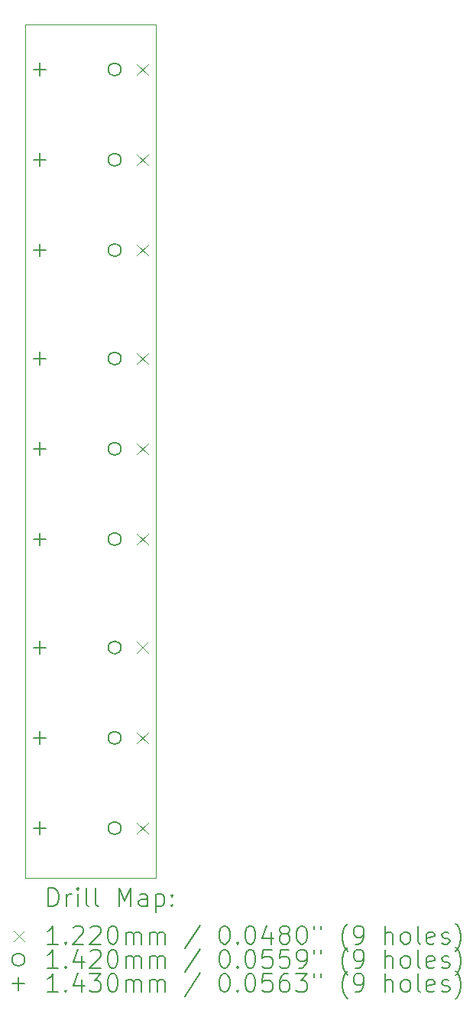
<source format=gbr>
%TF.GenerationSoftware,KiCad,Pcbnew,7.0.7-7.0.7~ubuntu22.04.1*%
%TF.CreationDate,2023-09-23T20:45:54+02:00*%
%TF.ProjectId,Multiple-3x2,4d756c74-6970-46c6-952d-3378322e6b69,rev?*%
%TF.SameCoordinates,Original*%
%TF.FileFunction,Drillmap*%
%TF.FilePolarity,Positive*%
%FSLAX45Y45*%
G04 Gerber Fmt 4.5, Leading zero omitted, Abs format (unit mm)*
G04 Created by KiCad (PCBNEW 7.0.7-7.0.7~ubuntu22.04.1) date 2023-09-23 20:45:54*
%MOMM*%
%LPD*%
G01*
G04 APERTURE LIST*
%ADD10C,0.050000*%
%ADD11C,0.200000*%
%ADD12C,0.122000*%
%ADD13C,0.142000*%
%ADD14C,0.143000*%
G04 APERTURE END LIST*
D10*
X5275000Y-3700000D02*
X6725000Y-3700000D01*
X6725000Y-3700000D02*
X6725000Y-13150000D01*
X5275000Y-13150000D02*
X6725000Y-13150000D01*
X5275000Y-3700000D02*
X5275000Y-13150000D01*
D11*
D12*
X6517000Y-4139000D02*
X6639000Y-4261000D01*
X6639000Y-4139000D02*
X6517000Y-4261000D01*
X6517000Y-5139000D02*
X6639000Y-5261000D01*
X6639000Y-5139000D02*
X6517000Y-5261000D01*
X6517000Y-6139000D02*
X6639000Y-6261000D01*
X6639000Y-6139000D02*
X6517000Y-6261000D01*
X6517000Y-7339000D02*
X6639000Y-7461000D01*
X6639000Y-7339000D02*
X6517000Y-7461000D01*
X6517000Y-8339000D02*
X6639000Y-8461000D01*
X6639000Y-8339000D02*
X6517000Y-8461000D01*
X6517000Y-9339000D02*
X6639000Y-9461000D01*
X6639000Y-9339000D02*
X6517000Y-9461000D01*
X6517000Y-10539000D02*
X6639000Y-10661000D01*
X6639000Y-10539000D02*
X6517000Y-10661000D01*
X6517000Y-11539000D02*
X6639000Y-11661000D01*
X6639000Y-11539000D02*
X6517000Y-11661000D01*
X6517000Y-12539000D02*
X6639000Y-12661000D01*
X6639000Y-12539000D02*
X6517000Y-12661000D01*
D13*
X6339000Y-4200000D02*
G75*
G03*
X6339000Y-4200000I-71000J0D01*
G01*
X6339000Y-5200000D02*
G75*
G03*
X6339000Y-5200000I-71000J0D01*
G01*
X6339000Y-6200000D02*
G75*
G03*
X6339000Y-6200000I-71000J0D01*
G01*
X6339000Y-7400000D02*
G75*
G03*
X6339000Y-7400000I-71000J0D01*
G01*
X6339000Y-8400000D02*
G75*
G03*
X6339000Y-8400000I-71000J0D01*
G01*
X6339000Y-9400000D02*
G75*
G03*
X6339000Y-9400000I-71000J0D01*
G01*
X6339000Y-10600000D02*
G75*
G03*
X6339000Y-10600000I-71000J0D01*
G01*
X6339000Y-11600000D02*
G75*
G03*
X6339000Y-11600000I-71000J0D01*
G01*
X6339000Y-12600000D02*
G75*
G03*
X6339000Y-12600000I-71000J0D01*
G01*
D14*
X5438000Y-4128500D02*
X5438000Y-4271500D01*
X5366500Y-4200000D02*
X5509500Y-4200000D01*
X5438000Y-5128500D02*
X5438000Y-5271500D01*
X5366500Y-5200000D02*
X5509500Y-5200000D01*
X5438000Y-6128500D02*
X5438000Y-6271500D01*
X5366500Y-6200000D02*
X5509500Y-6200000D01*
X5438000Y-7328500D02*
X5438000Y-7471500D01*
X5366500Y-7400000D02*
X5509500Y-7400000D01*
X5438000Y-8328500D02*
X5438000Y-8471500D01*
X5366500Y-8400000D02*
X5509500Y-8400000D01*
X5438000Y-9328500D02*
X5438000Y-9471500D01*
X5366500Y-9400000D02*
X5509500Y-9400000D01*
X5438000Y-10528500D02*
X5438000Y-10671500D01*
X5366500Y-10600000D02*
X5509500Y-10600000D01*
X5438000Y-11528500D02*
X5438000Y-11671500D01*
X5366500Y-11600000D02*
X5509500Y-11600000D01*
X5438000Y-12528500D02*
X5438000Y-12671500D01*
X5366500Y-12600000D02*
X5509500Y-12600000D01*
D11*
X5533277Y-13463984D02*
X5533277Y-13263984D01*
X5533277Y-13263984D02*
X5580896Y-13263984D01*
X5580896Y-13263984D02*
X5609467Y-13273508D01*
X5609467Y-13273508D02*
X5628515Y-13292555D01*
X5628515Y-13292555D02*
X5638039Y-13311603D01*
X5638039Y-13311603D02*
X5647562Y-13349698D01*
X5647562Y-13349698D02*
X5647562Y-13378269D01*
X5647562Y-13378269D02*
X5638039Y-13416365D01*
X5638039Y-13416365D02*
X5628515Y-13435412D01*
X5628515Y-13435412D02*
X5609467Y-13454460D01*
X5609467Y-13454460D02*
X5580896Y-13463984D01*
X5580896Y-13463984D02*
X5533277Y-13463984D01*
X5733277Y-13463984D02*
X5733277Y-13330650D01*
X5733277Y-13368746D02*
X5742801Y-13349698D01*
X5742801Y-13349698D02*
X5752324Y-13340174D01*
X5752324Y-13340174D02*
X5771372Y-13330650D01*
X5771372Y-13330650D02*
X5790420Y-13330650D01*
X5857086Y-13463984D02*
X5857086Y-13330650D01*
X5857086Y-13263984D02*
X5847562Y-13273508D01*
X5847562Y-13273508D02*
X5857086Y-13283031D01*
X5857086Y-13283031D02*
X5866610Y-13273508D01*
X5866610Y-13273508D02*
X5857086Y-13263984D01*
X5857086Y-13263984D02*
X5857086Y-13283031D01*
X5980896Y-13463984D02*
X5961848Y-13454460D01*
X5961848Y-13454460D02*
X5952324Y-13435412D01*
X5952324Y-13435412D02*
X5952324Y-13263984D01*
X6085658Y-13463984D02*
X6066610Y-13454460D01*
X6066610Y-13454460D02*
X6057086Y-13435412D01*
X6057086Y-13435412D02*
X6057086Y-13263984D01*
X6314229Y-13463984D02*
X6314229Y-13263984D01*
X6314229Y-13263984D02*
X6380896Y-13406841D01*
X6380896Y-13406841D02*
X6447562Y-13263984D01*
X6447562Y-13263984D02*
X6447562Y-13463984D01*
X6628515Y-13463984D02*
X6628515Y-13359222D01*
X6628515Y-13359222D02*
X6618991Y-13340174D01*
X6618991Y-13340174D02*
X6599943Y-13330650D01*
X6599943Y-13330650D02*
X6561848Y-13330650D01*
X6561848Y-13330650D02*
X6542801Y-13340174D01*
X6628515Y-13454460D02*
X6609467Y-13463984D01*
X6609467Y-13463984D02*
X6561848Y-13463984D01*
X6561848Y-13463984D02*
X6542801Y-13454460D01*
X6542801Y-13454460D02*
X6533277Y-13435412D01*
X6533277Y-13435412D02*
X6533277Y-13416365D01*
X6533277Y-13416365D02*
X6542801Y-13397317D01*
X6542801Y-13397317D02*
X6561848Y-13387793D01*
X6561848Y-13387793D02*
X6609467Y-13387793D01*
X6609467Y-13387793D02*
X6628515Y-13378269D01*
X6723753Y-13330650D02*
X6723753Y-13530650D01*
X6723753Y-13340174D02*
X6742801Y-13330650D01*
X6742801Y-13330650D02*
X6780896Y-13330650D01*
X6780896Y-13330650D02*
X6799943Y-13340174D01*
X6799943Y-13340174D02*
X6809467Y-13349698D01*
X6809467Y-13349698D02*
X6818991Y-13368746D01*
X6818991Y-13368746D02*
X6818991Y-13425888D01*
X6818991Y-13425888D02*
X6809467Y-13444936D01*
X6809467Y-13444936D02*
X6799943Y-13454460D01*
X6799943Y-13454460D02*
X6780896Y-13463984D01*
X6780896Y-13463984D02*
X6742801Y-13463984D01*
X6742801Y-13463984D02*
X6723753Y-13454460D01*
X6904705Y-13444936D02*
X6914229Y-13454460D01*
X6914229Y-13454460D02*
X6904705Y-13463984D01*
X6904705Y-13463984D02*
X6895182Y-13454460D01*
X6895182Y-13454460D02*
X6904705Y-13444936D01*
X6904705Y-13444936D02*
X6904705Y-13463984D01*
X6904705Y-13340174D02*
X6914229Y-13349698D01*
X6914229Y-13349698D02*
X6904705Y-13359222D01*
X6904705Y-13359222D02*
X6895182Y-13349698D01*
X6895182Y-13349698D02*
X6904705Y-13340174D01*
X6904705Y-13340174D02*
X6904705Y-13359222D01*
D12*
X5150500Y-13731500D02*
X5272500Y-13853500D01*
X5272500Y-13731500D02*
X5150500Y-13853500D01*
D11*
X5638039Y-13883984D02*
X5523753Y-13883984D01*
X5580896Y-13883984D02*
X5580896Y-13683984D01*
X5580896Y-13683984D02*
X5561848Y-13712555D01*
X5561848Y-13712555D02*
X5542801Y-13731603D01*
X5542801Y-13731603D02*
X5523753Y-13741127D01*
X5723753Y-13864936D02*
X5733277Y-13874460D01*
X5733277Y-13874460D02*
X5723753Y-13883984D01*
X5723753Y-13883984D02*
X5714229Y-13874460D01*
X5714229Y-13874460D02*
X5723753Y-13864936D01*
X5723753Y-13864936D02*
X5723753Y-13883984D01*
X5809467Y-13703031D02*
X5818991Y-13693508D01*
X5818991Y-13693508D02*
X5838039Y-13683984D01*
X5838039Y-13683984D02*
X5885658Y-13683984D01*
X5885658Y-13683984D02*
X5904705Y-13693508D01*
X5904705Y-13693508D02*
X5914229Y-13703031D01*
X5914229Y-13703031D02*
X5923753Y-13722079D01*
X5923753Y-13722079D02*
X5923753Y-13741127D01*
X5923753Y-13741127D02*
X5914229Y-13769698D01*
X5914229Y-13769698D02*
X5799943Y-13883984D01*
X5799943Y-13883984D02*
X5923753Y-13883984D01*
X5999943Y-13703031D02*
X6009467Y-13693508D01*
X6009467Y-13693508D02*
X6028515Y-13683984D01*
X6028515Y-13683984D02*
X6076134Y-13683984D01*
X6076134Y-13683984D02*
X6095182Y-13693508D01*
X6095182Y-13693508D02*
X6104705Y-13703031D01*
X6104705Y-13703031D02*
X6114229Y-13722079D01*
X6114229Y-13722079D02*
X6114229Y-13741127D01*
X6114229Y-13741127D02*
X6104705Y-13769698D01*
X6104705Y-13769698D02*
X5990420Y-13883984D01*
X5990420Y-13883984D02*
X6114229Y-13883984D01*
X6238039Y-13683984D02*
X6257086Y-13683984D01*
X6257086Y-13683984D02*
X6276134Y-13693508D01*
X6276134Y-13693508D02*
X6285658Y-13703031D01*
X6285658Y-13703031D02*
X6295182Y-13722079D01*
X6295182Y-13722079D02*
X6304705Y-13760174D01*
X6304705Y-13760174D02*
X6304705Y-13807793D01*
X6304705Y-13807793D02*
X6295182Y-13845888D01*
X6295182Y-13845888D02*
X6285658Y-13864936D01*
X6285658Y-13864936D02*
X6276134Y-13874460D01*
X6276134Y-13874460D02*
X6257086Y-13883984D01*
X6257086Y-13883984D02*
X6238039Y-13883984D01*
X6238039Y-13883984D02*
X6218991Y-13874460D01*
X6218991Y-13874460D02*
X6209467Y-13864936D01*
X6209467Y-13864936D02*
X6199943Y-13845888D01*
X6199943Y-13845888D02*
X6190420Y-13807793D01*
X6190420Y-13807793D02*
X6190420Y-13760174D01*
X6190420Y-13760174D02*
X6199943Y-13722079D01*
X6199943Y-13722079D02*
X6209467Y-13703031D01*
X6209467Y-13703031D02*
X6218991Y-13693508D01*
X6218991Y-13693508D02*
X6238039Y-13683984D01*
X6390420Y-13883984D02*
X6390420Y-13750650D01*
X6390420Y-13769698D02*
X6399943Y-13760174D01*
X6399943Y-13760174D02*
X6418991Y-13750650D01*
X6418991Y-13750650D02*
X6447563Y-13750650D01*
X6447563Y-13750650D02*
X6466610Y-13760174D01*
X6466610Y-13760174D02*
X6476134Y-13779222D01*
X6476134Y-13779222D02*
X6476134Y-13883984D01*
X6476134Y-13779222D02*
X6485658Y-13760174D01*
X6485658Y-13760174D02*
X6504705Y-13750650D01*
X6504705Y-13750650D02*
X6533277Y-13750650D01*
X6533277Y-13750650D02*
X6552324Y-13760174D01*
X6552324Y-13760174D02*
X6561848Y-13779222D01*
X6561848Y-13779222D02*
X6561848Y-13883984D01*
X6657086Y-13883984D02*
X6657086Y-13750650D01*
X6657086Y-13769698D02*
X6666610Y-13760174D01*
X6666610Y-13760174D02*
X6685658Y-13750650D01*
X6685658Y-13750650D02*
X6714229Y-13750650D01*
X6714229Y-13750650D02*
X6733277Y-13760174D01*
X6733277Y-13760174D02*
X6742801Y-13779222D01*
X6742801Y-13779222D02*
X6742801Y-13883984D01*
X6742801Y-13779222D02*
X6752324Y-13760174D01*
X6752324Y-13760174D02*
X6771372Y-13750650D01*
X6771372Y-13750650D02*
X6799943Y-13750650D01*
X6799943Y-13750650D02*
X6818991Y-13760174D01*
X6818991Y-13760174D02*
X6828515Y-13779222D01*
X6828515Y-13779222D02*
X6828515Y-13883984D01*
X7218991Y-13674460D02*
X7047563Y-13931603D01*
X7476134Y-13683984D02*
X7495182Y-13683984D01*
X7495182Y-13683984D02*
X7514229Y-13693508D01*
X7514229Y-13693508D02*
X7523753Y-13703031D01*
X7523753Y-13703031D02*
X7533277Y-13722079D01*
X7533277Y-13722079D02*
X7542801Y-13760174D01*
X7542801Y-13760174D02*
X7542801Y-13807793D01*
X7542801Y-13807793D02*
X7533277Y-13845888D01*
X7533277Y-13845888D02*
X7523753Y-13864936D01*
X7523753Y-13864936D02*
X7514229Y-13874460D01*
X7514229Y-13874460D02*
X7495182Y-13883984D01*
X7495182Y-13883984D02*
X7476134Y-13883984D01*
X7476134Y-13883984D02*
X7457086Y-13874460D01*
X7457086Y-13874460D02*
X7447563Y-13864936D01*
X7447563Y-13864936D02*
X7438039Y-13845888D01*
X7438039Y-13845888D02*
X7428515Y-13807793D01*
X7428515Y-13807793D02*
X7428515Y-13760174D01*
X7428515Y-13760174D02*
X7438039Y-13722079D01*
X7438039Y-13722079D02*
X7447563Y-13703031D01*
X7447563Y-13703031D02*
X7457086Y-13693508D01*
X7457086Y-13693508D02*
X7476134Y-13683984D01*
X7628515Y-13864936D02*
X7638039Y-13874460D01*
X7638039Y-13874460D02*
X7628515Y-13883984D01*
X7628515Y-13883984D02*
X7618991Y-13874460D01*
X7618991Y-13874460D02*
X7628515Y-13864936D01*
X7628515Y-13864936D02*
X7628515Y-13883984D01*
X7761848Y-13683984D02*
X7780896Y-13683984D01*
X7780896Y-13683984D02*
X7799944Y-13693508D01*
X7799944Y-13693508D02*
X7809467Y-13703031D01*
X7809467Y-13703031D02*
X7818991Y-13722079D01*
X7818991Y-13722079D02*
X7828515Y-13760174D01*
X7828515Y-13760174D02*
X7828515Y-13807793D01*
X7828515Y-13807793D02*
X7818991Y-13845888D01*
X7818991Y-13845888D02*
X7809467Y-13864936D01*
X7809467Y-13864936D02*
X7799944Y-13874460D01*
X7799944Y-13874460D02*
X7780896Y-13883984D01*
X7780896Y-13883984D02*
X7761848Y-13883984D01*
X7761848Y-13883984D02*
X7742801Y-13874460D01*
X7742801Y-13874460D02*
X7733277Y-13864936D01*
X7733277Y-13864936D02*
X7723753Y-13845888D01*
X7723753Y-13845888D02*
X7714229Y-13807793D01*
X7714229Y-13807793D02*
X7714229Y-13760174D01*
X7714229Y-13760174D02*
X7723753Y-13722079D01*
X7723753Y-13722079D02*
X7733277Y-13703031D01*
X7733277Y-13703031D02*
X7742801Y-13693508D01*
X7742801Y-13693508D02*
X7761848Y-13683984D01*
X7999944Y-13750650D02*
X7999944Y-13883984D01*
X7952325Y-13674460D02*
X7904706Y-13817317D01*
X7904706Y-13817317D02*
X8028515Y-13817317D01*
X8133277Y-13769698D02*
X8114229Y-13760174D01*
X8114229Y-13760174D02*
X8104706Y-13750650D01*
X8104706Y-13750650D02*
X8095182Y-13731603D01*
X8095182Y-13731603D02*
X8095182Y-13722079D01*
X8095182Y-13722079D02*
X8104706Y-13703031D01*
X8104706Y-13703031D02*
X8114229Y-13693508D01*
X8114229Y-13693508D02*
X8133277Y-13683984D01*
X8133277Y-13683984D02*
X8171372Y-13683984D01*
X8171372Y-13683984D02*
X8190420Y-13693508D01*
X8190420Y-13693508D02*
X8199944Y-13703031D01*
X8199944Y-13703031D02*
X8209467Y-13722079D01*
X8209467Y-13722079D02*
X8209467Y-13731603D01*
X8209467Y-13731603D02*
X8199944Y-13750650D01*
X8199944Y-13750650D02*
X8190420Y-13760174D01*
X8190420Y-13760174D02*
X8171372Y-13769698D01*
X8171372Y-13769698D02*
X8133277Y-13769698D01*
X8133277Y-13769698D02*
X8114229Y-13779222D01*
X8114229Y-13779222D02*
X8104706Y-13788746D01*
X8104706Y-13788746D02*
X8095182Y-13807793D01*
X8095182Y-13807793D02*
X8095182Y-13845888D01*
X8095182Y-13845888D02*
X8104706Y-13864936D01*
X8104706Y-13864936D02*
X8114229Y-13874460D01*
X8114229Y-13874460D02*
X8133277Y-13883984D01*
X8133277Y-13883984D02*
X8171372Y-13883984D01*
X8171372Y-13883984D02*
X8190420Y-13874460D01*
X8190420Y-13874460D02*
X8199944Y-13864936D01*
X8199944Y-13864936D02*
X8209467Y-13845888D01*
X8209467Y-13845888D02*
X8209467Y-13807793D01*
X8209467Y-13807793D02*
X8199944Y-13788746D01*
X8199944Y-13788746D02*
X8190420Y-13779222D01*
X8190420Y-13779222D02*
X8171372Y-13769698D01*
X8333277Y-13683984D02*
X8352325Y-13683984D01*
X8352325Y-13683984D02*
X8371372Y-13693508D01*
X8371372Y-13693508D02*
X8380896Y-13703031D01*
X8380896Y-13703031D02*
X8390420Y-13722079D01*
X8390420Y-13722079D02*
X8399944Y-13760174D01*
X8399944Y-13760174D02*
X8399944Y-13807793D01*
X8399944Y-13807793D02*
X8390420Y-13845888D01*
X8390420Y-13845888D02*
X8380896Y-13864936D01*
X8380896Y-13864936D02*
X8371372Y-13874460D01*
X8371372Y-13874460D02*
X8352325Y-13883984D01*
X8352325Y-13883984D02*
X8333277Y-13883984D01*
X8333277Y-13883984D02*
X8314229Y-13874460D01*
X8314229Y-13874460D02*
X8304706Y-13864936D01*
X8304706Y-13864936D02*
X8295182Y-13845888D01*
X8295182Y-13845888D02*
X8285658Y-13807793D01*
X8285658Y-13807793D02*
X8285658Y-13760174D01*
X8285658Y-13760174D02*
X8295182Y-13722079D01*
X8295182Y-13722079D02*
X8304706Y-13703031D01*
X8304706Y-13703031D02*
X8314229Y-13693508D01*
X8314229Y-13693508D02*
X8333277Y-13683984D01*
X8476134Y-13683984D02*
X8476134Y-13722079D01*
X8552325Y-13683984D02*
X8552325Y-13722079D01*
X8847563Y-13960174D02*
X8838039Y-13950650D01*
X8838039Y-13950650D02*
X8818991Y-13922079D01*
X8818991Y-13922079D02*
X8809468Y-13903031D01*
X8809468Y-13903031D02*
X8799944Y-13874460D01*
X8799944Y-13874460D02*
X8790420Y-13826841D01*
X8790420Y-13826841D02*
X8790420Y-13788746D01*
X8790420Y-13788746D02*
X8799944Y-13741127D01*
X8799944Y-13741127D02*
X8809468Y-13712555D01*
X8809468Y-13712555D02*
X8818991Y-13693508D01*
X8818991Y-13693508D02*
X8838039Y-13664936D01*
X8838039Y-13664936D02*
X8847563Y-13655412D01*
X8933277Y-13883984D02*
X8971372Y-13883984D01*
X8971372Y-13883984D02*
X8990420Y-13874460D01*
X8990420Y-13874460D02*
X8999944Y-13864936D01*
X8999944Y-13864936D02*
X9018991Y-13836365D01*
X9018991Y-13836365D02*
X9028515Y-13798269D01*
X9028515Y-13798269D02*
X9028515Y-13722079D01*
X9028515Y-13722079D02*
X9018991Y-13703031D01*
X9018991Y-13703031D02*
X9009468Y-13693508D01*
X9009468Y-13693508D02*
X8990420Y-13683984D01*
X8990420Y-13683984D02*
X8952325Y-13683984D01*
X8952325Y-13683984D02*
X8933277Y-13693508D01*
X8933277Y-13693508D02*
X8923753Y-13703031D01*
X8923753Y-13703031D02*
X8914230Y-13722079D01*
X8914230Y-13722079D02*
X8914230Y-13769698D01*
X8914230Y-13769698D02*
X8923753Y-13788746D01*
X8923753Y-13788746D02*
X8933277Y-13798269D01*
X8933277Y-13798269D02*
X8952325Y-13807793D01*
X8952325Y-13807793D02*
X8990420Y-13807793D01*
X8990420Y-13807793D02*
X9009468Y-13798269D01*
X9009468Y-13798269D02*
X9018991Y-13788746D01*
X9018991Y-13788746D02*
X9028515Y-13769698D01*
X9266611Y-13883984D02*
X9266611Y-13683984D01*
X9352325Y-13883984D02*
X9352325Y-13779222D01*
X9352325Y-13779222D02*
X9342801Y-13760174D01*
X9342801Y-13760174D02*
X9323753Y-13750650D01*
X9323753Y-13750650D02*
X9295182Y-13750650D01*
X9295182Y-13750650D02*
X9276134Y-13760174D01*
X9276134Y-13760174D02*
X9266611Y-13769698D01*
X9476134Y-13883984D02*
X9457087Y-13874460D01*
X9457087Y-13874460D02*
X9447563Y-13864936D01*
X9447563Y-13864936D02*
X9438039Y-13845888D01*
X9438039Y-13845888D02*
X9438039Y-13788746D01*
X9438039Y-13788746D02*
X9447563Y-13769698D01*
X9447563Y-13769698D02*
X9457087Y-13760174D01*
X9457087Y-13760174D02*
X9476134Y-13750650D01*
X9476134Y-13750650D02*
X9504706Y-13750650D01*
X9504706Y-13750650D02*
X9523753Y-13760174D01*
X9523753Y-13760174D02*
X9533277Y-13769698D01*
X9533277Y-13769698D02*
X9542801Y-13788746D01*
X9542801Y-13788746D02*
X9542801Y-13845888D01*
X9542801Y-13845888D02*
X9533277Y-13864936D01*
X9533277Y-13864936D02*
X9523753Y-13874460D01*
X9523753Y-13874460D02*
X9504706Y-13883984D01*
X9504706Y-13883984D02*
X9476134Y-13883984D01*
X9657087Y-13883984D02*
X9638039Y-13874460D01*
X9638039Y-13874460D02*
X9628515Y-13855412D01*
X9628515Y-13855412D02*
X9628515Y-13683984D01*
X9809468Y-13874460D02*
X9790420Y-13883984D01*
X9790420Y-13883984D02*
X9752325Y-13883984D01*
X9752325Y-13883984D02*
X9733277Y-13874460D01*
X9733277Y-13874460D02*
X9723753Y-13855412D01*
X9723753Y-13855412D02*
X9723753Y-13779222D01*
X9723753Y-13779222D02*
X9733277Y-13760174D01*
X9733277Y-13760174D02*
X9752325Y-13750650D01*
X9752325Y-13750650D02*
X9790420Y-13750650D01*
X9790420Y-13750650D02*
X9809468Y-13760174D01*
X9809468Y-13760174D02*
X9818992Y-13779222D01*
X9818992Y-13779222D02*
X9818992Y-13798269D01*
X9818992Y-13798269D02*
X9723753Y-13817317D01*
X9895182Y-13874460D02*
X9914230Y-13883984D01*
X9914230Y-13883984D02*
X9952325Y-13883984D01*
X9952325Y-13883984D02*
X9971373Y-13874460D01*
X9971373Y-13874460D02*
X9980896Y-13855412D01*
X9980896Y-13855412D02*
X9980896Y-13845888D01*
X9980896Y-13845888D02*
X9971373Y-13826841D01*
X9971373Y-13826841D02*
X9952325Y-13817317D01*
X9952325Y-13817317D02*
X9923753Y-13817317D01*
X9923753Y-13817317D02*
X9904706Y-13807793D01*
X9904706Y-13807793D02*
X9895182Y-13788746D01*
X9895182Y-13788746D02*
X9895182Y-13779222D01*
X9895182Y-13779222D02*
X9904706Y-13760174D01*
X9904706Y-13760174D02*
X9923753Y-13750650D01*
X9923753Y-13750650D02*
X9952325Y-13750650D01*
X9952325Y-13750650D02*
X9971373Y-13760174D01*
X10047563Y-13960174D02*
X10057087Y-13950650D01*
X10057087Y-13950650D02*
X10076134Y-13922079D01*
X10076134Y-13922079D02*
X10085658Y-13903031D01*
X10085658Y-13903031D02*
X10095182Y-13874460D01*
X10095182Y-13874460D02*
X10104706Y-13826841D01*
X10104706Y-13826841D02*
X10104706Y-13788746D01*
X10104706Y-13788746D02*
X10095182Y-13741127D01*
X10095182Y-13741127D02*
X10085658Y-13712555D01*
X10085658Y-13712555D02*
X10076134Y-13693508D01*
X10076134Y-13693508D02*
X10057087Y-13664936D01*
X10057087Y-13664936D02*
X10047563Y-13655412D01*
D13*
X5272500Y-14056500D02*
G75*
G03*
X5272500Y-14056500I-71000J0D01*
G01*
D11*
X5638039Y-14147984D02*
X5523753Y-14147984D01*
X5580896Y-14147984D02*
X5580896Y-13947984D01*
X5580896Y-13947984D02*
X5561848Y-13976555D01*
X5561848Y-13976555D02*
X5542801Y-13995603D01*
X5542801Y-13995603D02*
X5523753Y-14005127D01*
X5723753Y-14128936D02*
X5733277Y-14138460D01*
X5733277Y-14138460D02*
X5723753Y-14147984D01*
X5723753Y-14147984D02*
X5714229Y-14138460D01*
X5714229Y-14138460D02*
X5723753Y-14128936D01*
X5723753Y-14128936D02*
X5723753Y-14147984D01*
X5904705Y-14014650D02*
X5904705Y-14147984D01*
X5857086Y-13938460D02*
X5809467Y-14081317D01*
X5809467Y-14081317D02*
X5933277Y-14081317D01*
X5999943Y-13967031D02*
X6009467Y-13957508D01*
X6009467Y-13957508D02*
X6028515Y-13947984D01*
X6028515Y-13947984D02*
X6076134Y-13947984D01*
X6076134Y-13947984D02*
X6095182Y-13957508D01*
X6095182Y-13957508D02*
X6104705Y-13967031D01*
X6104705Y-13967031D02*
X6114229Y-13986079D01*
X6114229Y-13986079D02*
X6114229Y-14005127D01*
X6114229Y-14005127D02*
X6104705Y-14033698D01*
X6104705Y-14033698D02*
X5990420Y-14147984D01*
X5990420Y-14147984D02*
X6114229Y-14147984D01*
X6238039Y-13947984D02*
X6257086Y-13947984D01*
X6257086Y-13947984D02*
X6276134Y-13957508D01*
X6276134Y-13957508D02*
X6285658Y-13967031D01*
X6285658Y-13967031D02*
X6295182Y-13986079D01*
X6295182Y-13986079D02*
X6304705Y-14024174D01*
X6304705Y-14024174D02*
X6304705Y-14071793D01*
X6304705Y-14071793D02*
X6295182Y-14109888D01*
X6295182Y-14109888D02*
X6285658Y-14128936D01*
X6285658Y-14128936D02*
X6276134Y-14138460D01*
X6276134Y-14138460D02*
X6257086Y-14147984D01*
X6257086Y-14147984D02*
X6238039Y-14147984D01*
X6238039Y-14147984D02*
X6218991Y-14138460D01*
X6218991Y-14138460D02*
X6209467Y-14128936D01*
X6209467Y-14128936D02*
X6199943Y-14109888D01*
X6199943Y-14109888D02*
X6190420Y-14071793D01*
X6190420Y-14071793D02*
X6190420Y-14024174D01*
X6190420Y-14024174D02*
X6199943Y-13986079D01*
X6199943Y-13986079D02*
X6209467Y-13967031D01*
X6209467Y-13967031D02*
X6218991Y-13957508D01*
X6218991Y-13957508D02*
X6238039Y-13947984D01*
X6390420Y-14147984D02*
X6390420Y-14014650D01*
X6390420Y-14033698D02*
X6399943Y-14024174D01*
X6399943Y-14024174D02*
X6418991Y-14014650D01*
X6418991Y-14014650D02*
X6447563Y-14014650D01*
X6447563Y-14014650D02*
X6466610Y-14024174D01*
X6466610Y-14024174D02*
X6476134Y-14043222D01*
X6476134Y-14043222D02*
X6476134Y-14147984D01*
X6476134Y-14043222D02*
X6485658Y-14024174D01*
X6485658Y-14024174D02*
X6504705Y-14014650D01*
X6504705Y-14014650D02*
X6533277Y-14014650D01*
X6533277Y-14014650D02*
X6552324Y-14024174D01*
X6552324Y-14024174D02*
X6561848Y-14043222D01*
X6561848Y-14043222D02*
X6561848Y-14147984D01*
X6657086Y-14147984D02*
X6657086Y-14014650D01*
X6657086Y-14033698D02*
X6666610Y-14024174D01*
X6666610Y-14024174D02*
X6685658Y-14014650D01*
X6685658Y-14014650D02*
X6714229Y-14014650D01*
X6714229Y-14014650D02*
X6733277Y-14024174D01*
X6733277Y-14024174D02*
X6742801Y-14043222D01*
X6742801Y-14043222D02*
X6742801Y-14147984D01*
X6742801Y-14043222D02*
X6752324Y-14024174D01*
X6752324Y-14024174D02*
X6771372Y-14014650D01*
X6771372Y-14014650D02*
X6799943Y-14014650D01*
X6799943Y-14014650D02*
X6818991Y-14024174D01*
X6818991Y-14024174D02*
X6828515Y-14043222D01*
X6828515Y-14043222D02*
X6828515Y-14147984D01*
X7218991Y-13938460D02*
X7047563Y-14195603D01*
X7476134Y-13947984D02*
X7495182Y-13947984D01*
X7495182Y-13947984D02*
X7514229Y-13957508D01*
X7514229Y-13957508D02*
X7523753Y-13967031D01*
X7523753Y-13967031D02*
X7533277Y-13986079D01*
X7533277Y-13986079D02*
X7542801Y-14024174D01*
X7542801Y-14024174D02*
X7542801Y-14071793D01*
X7542801Y-14071793D02*
X7533277Y-14109888D01*
X7533277Y-14109888D02*
X7523753Y-14128936D01*
X7523753Y-14128936D02*
X7514229Y-14138460D01*
X7514229Y-14138460D02*
X7495182Y-14147984D01*
X7495182Y-14147984D02*
X7476134Y-14147984D01*
X7476134Y-14147984D02*
X7457086Y-14138460D01*
X7457086Y-14138460D02*
X7447563Y-14128936D01*
X7447563Y-14128936D02*
X7438039Y-14109888D01*
X7438039Y-14109888D02*
X7428515Y-14071793D01*
X7428515Y-14071793D02*
X7428515Y-14024174D01*
X7428515Y-14024174D02*
X7438039Y-13986079D01*
X7438039Y-13986079D02*
X7447563Y-13967031D01*
X7447563Y-13967031D02*
X7457086Y-13957508D01*
X7457086Y-13957508D02*
X7476134Y-13947984D01*
X7628515Y-14128936D02*
X7638039Y-14138460D01*
X7638039Y-14138460D02*
X7628515Y-14147984D01*
X7628515Y-14147984D02*
X7618991Y-14138460D01*
X7618991Y-14138460D02*
X7628515Y-14128936D01*
X7628515Y-14128936D02*
X7628515Y-14147984D01*
X7761848Y-13947984D02*
X7780896Y-13947984D01*
X7780896Y-13947984D02*
X7799944Y-13957508D01*
X7799944Y-13957508D02*
X7809467Y-13967031D01*
X7809467Y-13967031D02*
X7818991Y-13986079D01*
X7818991Y-13986079D02*
X7828515Y-14024174D01*
X7828515Y-14024174D02*
X7828515Y-14071793D01*
X7828515Y-14071793D02*
X7818991Y-14109888D01*
X7818991Y-14109888D02*
X7809467Y-14128936D01*
X7809467Y-14128936D02*
X7799944Y-14138460D01*
X7799944Y-14138460D02*
X7780896Y-14147984D01*
X7780896Y-14147984D02*
X7761848Y-14147984D01*
X7761848Y-14147984D02*
X7742801Y-14138460D01*
X7742801Y-14138460D02*
X7733277Y-14128936D01*
X7733277Y-14128936D02*
X7723753Y-14109888D01*
X7723753Y-14109888D02*
X7714229Y-14071793D01*
X7714229Y-14071793D02*
X7714229Y-14024174D01*
X7714229Y-14024174D02*
X7723753Y-13986079D01*
X7723753Y-13986079D02*
X7733277Y-13967031D01*
X7733277Y-13967031D02*
X7742801Y-13957508D01*
X7742801Y-13957508D02*
X7761848Y-13947984D01*
X8009467Y-13947984D02*
X7914229Y-13947984D01*
X7914229Y-13947984D02*
X7904706Y-14043222D01*
X7904706Y-14043222D02*
X7914229Y-14033698D01*
X7914229Y-14033698D02*
X7933277Y-14024174D01*
X7933277Y-14024174D02*
X7980896Y-14024174D01*
X7980896Y-14024174D02*
X7999944Y-14033698D01*
X7999944Y-14033698D02*
X8009467Y-14043222D01*
X8009467Y-14043222D02*
X8018991Y-14062269D01*
X8018991Y-14062269D02*
X8018991Y-14109888D01*
X8018991Y-14109888D02*
X8009467Y-14128936D01*
X8009467Y-14128936D02*
X7999944Y-14138460D01*
X7999944Y-14138460D02*
X7980896Y-14147984D01*
X7980896Y-14147984D02*
X7933277Y-14147984D01*
X7933277Y-14147984D02*
X7914229Y-14138460D01*
X7914229Y-14138460D02*
X7904706Y-14128936D01*
X8199944Y-13947984D02*
X8104706Y-13947984D01*
X8104706Y-13947984D02*
X8095182Y-14043222D01*
X8095182Y-14043222D02*
X8104706Y-14033698D01*
X8104706Y-14033698D02*
X8123753Y-14024174D01*
X8123753Y-14024174D02*
X8171372Y-14024174D01*
X8171372Y-14024174D02*
X8190420Y-14033698D01*
X8190420Y-14033698D02*
X8199944Y-14043222D01*
X8199944Y-14043222D02*
X8209467Y-14062269D01*
X8209467Y-14062269D02*
X8209467Y-14109888D01*
X8209467Y-14109888D02*
X8199944Y-14128936D01*
X8199944Y-14128936D02*
X8190420Y-14138460D01*
X8190420Y-14138460D02*
X8171372Y-14147984D01*
X8171372Y-14147984D02*
X8123753Y-14147984D01*
X8123753Y-14147984D02*
X8104706Y-14138460D01*
X8104706Y-14138460D02*
X8095182Y-14128936D01*
X8304706Y-14147984D02*
X8342801Y-14147984D01*
X8342801Y-14147984D02*
X8361848Y-14138460D01*
X8361848Y-14138460D02*
X8371372Y-14128936D01*
X8371372Y-14128936D02*
X8390420Y-14100365D01*
X8390420Y-14100365D02*
X8399944Y-14062269D01*
X8399944Y-14062269D02*
X8399944Y-13986079D01*
X8399944Y-13986079D02*
X8390420Y-13967031D01*
X8390420Y-13967031D02*
X8380896Y-13957508D01*
X8380896Y-13957508D02*
X8361848Y-13947984D01*
X8361848Y-13947984D02*
X8323753Y-13947984D01*
X8323753Y-13947984D02*
X8304706Y-13957508D01*
X8304706Y-13957508D02*
X8295182Y-13967031D01*
X8295182Y-13967031D02*
X8285658Y-13986079D01*
X8285658Y-13986079D02*
X8285658Y-14033698D01*
X8285658Y-14033698D02*
X8295182Y-14052746D01*
X8295182Y-14052746D02*
X8304706Y-14062269D01*
X8304706Y-14062269D02*
X8323753Y-14071793D01*
X8323753Y-14071793D02*
X8361848Y-14071793D01*
X8361848Y-14071793D02*
X8380896Y-14062269D01*
X8380896Y-14062269D02*
X8390420Y-14052746D01*
X8390420Y-14052746D02*
X8399944Y-14033698D01*
X8476134Y-13947984D02*
X8476134Y-13986079D01*
X8552325Y-13947984D02*
X8552325Y-13986079D01*
X8847563Y-14224174D02*
X8838039Y-14214650D01*
X8838039Y-14214650D02*
X8818991Y-14186079D01*
X8818991Y-14186079D02*
X8809468Y-14167031D01*
X8809468Y-14167031D02*
X8799944Y-14138460D01*
X8799944Y-14138460D02*
X8790420Y-14090841D01*
X8790420Y-14090841D02*
X8790420Y-14052746D01*
X8790420Y-14052746D02*
X8799944Y-14005127D01*
X8799944Y-14005127D02*
X8809468Y-13976555D01*
X8809468Y-13976555D02*
X8818991Y-13957508D01*
X8818991Y-13957508D02*
X8838039Y-13928936D01*
X8838039Y-13928936D02*
X8847563Y-13919412D01*
X8933277Y-14147984D02*
X8971372Y-14147984D01*
X8971372Y-14147984D02*
X8990420Y-14138460D01*
X8990420Y-14138460D02*
X8999944Y-14128936D01*
X8999944Y-14128936D02*
X9018991Y-14100365D01*
X9018991Y-14100365D02*
X9028515Y-14062269D01*
X9028515Y-14062269D02*
X9028515Y-13986079D01*
X9028515Y-13986079D02*
X9018991Y-13967031D01*
X9018991Y-13967031D02*
X9009468Y-13957508D01*
X9009468Y-13957508D02*
X8990420Y-13947984D01*
X8990420Y-13947984D02*
X8952325Y-13947984D01*
X8952325Y-13947984D02*
X8933277Y-13957508D01*
X8933277Y-13957508D02*
X8923753Y-13967031D01*
X8923753Y-13967031D02*
X8914230Y-13986079D01*
X8914230Y-13986079D02*
X8914230Y-14033698D01*
X8914230Y-14033698D02*
X8923753Y-14052746D01*
X8923753Y-14052746D02*
X8933277Y-14062269D01*
X8933277Y-14062269D02*
X8952325Y-14071793D01*
X8952325Y-14071793D02*
X8990420Y-14071793D01*
X8990420Y-14071793D02*
X9009468Y-14062269D01*
X9009468Y-14062269D02*
X9018991Y-14052746D01*
X9018991Y-14052746D02*
X9028515Y-14033698D01*
X9266611Y-14147984D02*
X9266611Y-13947984D01*
X9352325Y-14147984D02*
X9352325Y-14043222D01*
X9352325Y-14043222D02*
X9342801Y-14024174D01*
X9342801Y-14024174D02*
X9323753Y-14014650D01*
X9323753Y-14014650D02*
X9295182Y-14014650D01*
X9295182Y-14014650D02*
X9276134Y-14024174D01*
X9276134Y-14024174D02*
X9266611Y-14033698D01*
X9476134Y-14147984D02*
X9457087Y-14138460D01*
X9457087Y-14138460D02*
X9447563Y-14128936D01*
X9447563Y-14128936D02*
X9438039Y-14109888D01*
X9438039Y-14109888D02*
X9438039Y-14052746D01*
X9438039Y-14052746D02*
X9447563Y-14033698D01*
X9447563Y-14033698D02*
X9457087Y-14024174D01*
X9457087Y-14024174D02*
X9476134Y-14014650D01*
X9476134Y-14014650D02*
X9504706Y-14014650D01*
X9504706Y-14014650D02*
X9523753Y-14024174D01*
X9523753Y-14024174D02*
X9533277Y-14033698D01*
X9533277Y-14033698D02*
X9542801Y-14052746D01*
X9542801Y-14052746D02*
X9542801Y-14109888D01*
X9542801Y-14109888D02*
X9533277Y-14128936D01*
X9533277Y-14128936D02*
X9523753Y-14138460D01*
X9523753Y-14138460D02*
X9504706Y-14147984D01*
X9504706Y-14147984D02*
X9476134Y-14147984D01*
X9657087Y-14147984D02*
X9638039Y-14138460D01*
X9638039Y-14138460D02*
X9628515Y-14119412D01*
X9628515Y-14119412D02*
X9628515Y-13947984D01*
X9809468Y-14138460D02*
X9790420Y-14147984D01*
X9790420Y-14147984D02*
X9752325Y-14147984D01*
X9752325Y-14147984D02*
X9733277Y-14138460D01*
X9733277Y-14138460D02*
X9723753Y-14119412D01*
X9723753Y-14119412D02*
X9723753Y-14043222D01*
X9723753Y-14043222D02*
X9733277Y-14024174D01*
X9733277Y-14024174D02*
X9752325Y-14014650D01*
X9752325Y-14014650D02*
X9790420Y-14014650D01*
X9790420Y-14014650D02*
X9809468Y-14024174D01*
X9809468Y-14024174D02*
X9818992Y-14043222D01*
X9818992Y-14043222D02*
X9818992Y-14062269D01*
X9818992Y-14062269D02*
X9723753Y-14081317D01*
X9895182Y-14138460D02*
X9914230Y-14147984D01*
X9914230Y-14147984D02*
X9952325Y-14147984D01*
X9952325Y-14147984D02*
X9971373Y-14138460D01*
X9971373Y-14138460D02*
X9980896Y-14119412D01*
X9980896Y-14119412D02*
X9980896Y-14109888D01*
X9980896Y-14109888D02*
X9971373Y-14090841D01*
X9971373Y-14090841D02*
X9952325Y-14081317D01*
X9952325Y-14081317D02*
X9923753Y-14081317D01*
X9923753Y-14081317D02*
X9904706Y-14071793D01*
X9904706Y-14071793D02*
X9895182Y-14052746D01*
X9895182Y-14052746D02*
X9895182Y-14043222D01*
X9895182Y-14043222D02*
X9904706Y-14024174D01*
X9904706Y-14024174D02*
X9923753Y-14014650D01*
X9923753Y-14014650D02*
X9952325Y-14014650D01*
X9952325Y-14014650D02*
X9971373Y-14024174D01*
X10047563Y-14224174D02*
X10057087Y-14214650D01*
X10057087Y-14214650D02*
X10076134Y-14186079D01*
X10076134Y-14186079D02*
X10085658Y-14167031D01*
X10085658Y-14167031D02*
X10095182Y-14138460D01*
X10095182Y-14138460D02*
X10104706Y-14090841D01*
X10104706Y-14090841D02*
X10104706Y-14052746D01*
X10104706Y-14052746D02*
X10095182Y-14005127D01*
X10095182Y-14005127D02*
X10085658Y-13976555D01*
X10085658Y-13976555D02*
X10076134Y-13957508D01*
X10076134Y-13957508D02*
X10057087Y-13928936D01*
X10057087Y-13928936D02*
X10047563Y-13919412D01*
D14*
X5201000Y-14249000D02*
X5201000Y-14392000D01*
X5129500Y-14320500D02*
X5272500Y-14320500D01*
D11*
X5638039Y-14411984D02*
X5523753Y-14411984D01*
X5580896Y-14411984D02*
X5580896Y-14211984D01*
X5580896Y-14211984D02*
X5561848Y-14240555D01*
X5561848Y-14240555D02*
X5542801Y-14259603D01*
X5542801Y-14259603D02*
X5523753Y-14269127D01*
X5723753Y-14392936D02*
X5733277Y-14402460D01*
X5733277Y-14402460D02*
X5723753Y-14411984D01*
X5723753Y-14411984D02*
X5714229Y-14402460D01*
X5714229Y-14402460D02*
X5723753Y-14392936D01*
X5723753Y-14392936D02*
X5723753Y-14411984D01*
X5904705Y-14278650D02*
X5904705Y-14411984D01*
X5857086Y-14202460D02*
X5809467Y-14345317D01*
X5809467Y-14345317D02*
X5933277Y-14345317D01*
X5990420Y-14211984D02*
X6114229Y-14211984D01*
X6114229Y-14211984D02*
X6047562Y-14288174D01*
X6047562Y-14288174D02*
X6076134Y-14288174D01*
X6076134Y-14288174D02*
X6095182Y-14297698D01*
X6095182Y-14297698D02*
X6104705Y-14307222D01*
X6104705Y-14307222D02*
X6114229Y-14326269D01*
X6114229Y-14326269D02*
X6114229Y-14373888D01*
X6114229Y-14373888D02*
X6104705Y-14392936D01*
X6104705Y-14392936D02*
X6095182Y-14402460D01*
X6095182Y-14402460D02*
X6076134Y-14411984D01*
X6076134Y-14411984D02*
X6018991Y-14411984D01*
X6018991Y-14411984D02*
X5999943Y-14402460D01*
X5999943Y-14402460D02*
X5990420Y-14392936D01*
X6238039Y-14211984D02*
X6257086Y-14211984D01*
X6257086Y-14211984D02*
X6276134Y-14221508D01*
X6276134Y-14221508D02*
X6285658Y-14231031D01*
X6285658Y-14231031D02*
X6295182Y-14250079D01*
X6295182Y-14250079D02*
X6304705Y-14288174D01*
X6304705Y-14288174D02*
X6304705Y-14335793D01*
X6304705Y-14335793D02*
X6295182Y-14373888D01*
X6295182Y-14373888D02*
X6285658Y-14392936D01*
X6285658Y-14392936D02*
X6276134Y-14402460D01*
X6276134Y-14402460D02*
X6257086Y-14411984D01*
X6257086Y-14411984D02*
X6238039Y-14411984D01*
X6238039Y-14411984D02*
X6218991Y-14402460D01*
X6218991Y-14402460D02*
X6209467Y-14392936D01*
X6209467Y-14392936D02*
X6199943Y-14373888D01*
X6199943Y-14373888D02*
X6190420Y-14335793D01*
X6190420Y-14335793D02*
X6190420Y-14288174D01*
X6190420Y-14288174D02*
X6199943Y-14250079D01*
X6199943Y-14250079D02*
X6209467Y-14231031D01*
X6209467Y-14231031D02*
X6218991Y-14221508D01*
X6218991Y-14221508D02*
X6238039Y-14211984D01*
X6390420Y-14411984D02*
X6390420Y-14278650D01*
X6390420Y-14297698D02*
X6399943Y-14288174D01*
X6399943Y-14288174D02*
X6418991Y-14278650D01*
X6418991Y-14278650D02*
X6447563Y-14278650D01*
X6447563Y-14278650D02*
X6466610Y-14288174D01*
X6466610Y-14288174D02*
X6476134Y-14307222D01*
X6476134Y-14307222D02*
X6476134Y-14411984D01*
X6476134Y-14307222D02*
X6485658Y-14288174D01*
X6485658Y-14288174D02*
X6504705Y-14278650D01*
X6504705Y-14278650D02*
X6533277Y-14278650D01*
X6533277Y-14278650D02*
X6552324Y-14288174D01*
X6552324Y-14288174D02*
X6561848Y-14307222D01*
X6561848Y-14307222D02*
X6561848Y-14411984D01*
X6657086Y-14411984D02*
X6657086Y-14278650D01*
X6657086Y-14297698D02*
X6666610Y-14288174D01*
X6666610Y-14288174D02*
X6685658Y-14278650D01*
X6685658Y-14278650D02*
X6714229Y-14278650D01*
X6714229Y-14278650D02*
X6733277Y-14288174D01*
X6733277Y-14288174D02*
X6742801Y-14307222D01*
X6742801Y-14307222D02*
X6742801Y-14411984D01*
X6742801Y-14307222D02*
X6752324Y-14288174D01*
X6752324Y-14288174D02*
X6771372Y-14278650D01*
X6771372Y-14278650D02*
X6799943Y-14278650D01*
X6799943Y-14278650D02*
X6818991Y-14288174D01*
X6818991Y-14288174D02*
X6828515Y-14307222D01*
X6828515Y-14307222D02*
X6828515Y-14411984D01*
X7218991Y-14202460D02*
X7047563Y-14459603D01*
X7476134Y-14211984D02*
X7495182Y-14211984D01*
X7495182Y-14211984D02*
X7514229Y-14221508D01*
X7514229Y-14221508D02*
X7523753Y-14231031D01*
X7523753Y-14231031D02*
X7533277Y-14250079D01*
X7533277Y-14250079D02*
X7542801Y-14288174D01*
X7542801Y-14288174D02*
X7542801Y-14335793D01*
X7542801Y-14335793D02*
X7533277Y-14373888D01*
X7533277Y-14373888D02*
X7523753Y-14392936D01*
X7523753Y-14392936D02*
X7514229Y-14402460D01*
X7514229Y-14402460D02*
X7495182Y-14411984D01*
X7495182Y-14411984D02*
X7476134Y-14411984D01*
X7476134Y-14411984D02*
X7457086Y-14402460D01*
X7457086Y-14402460D02*
X7447563Y-14392936D01*
X7447563Y-14392936D02*
X7438039Y-14373888D01*
X7438039Y-14373888D02*
X7428515Y-14335793D01*
X7428515Y-14335793D02*
X7428515Y-14288174D01*
X7428515Y-14288174D02*
X7438039Y-14250079D01*
X7438039Y-14250079D02*
X7447563Y-14231031D01*
X7447563Y-14231031D02*
X7457086Y-14221508D01*
X7457086Y-14221508D02*
X7476134Y-14211984D01*
X7628515Y-14392936D02*
X7638039Y-14402460D01*
X7638039Y-14402460D02*
X7628515Y-14411984D01*
X7628515Y-14411984D02*
X7618991Y-14402460D01*
X7618991Y-14402460D02*
X7628515Y-14392936D01*
X7628515Y-14392936D02*
X7628515Y-14411984D01*
X7761848Y-14211984D02*
X7780896Y-14211984D01*
X7780896Y-14211984D02*
X7799944Y-14221508D01*
X7799944Y-14221508D02*
X7809467Y-14231031D01*
X7809467Y-14231031D02*
X7818991Y-14250079D01*
X7818991Y-14250079D02*
X7828515Y-14288174D01*
X7828515Y-14288174D02*
X7828515Y-14335793D01*
X7828515Y-14335793D02*
X7818991Y-14373888D01*
X7818991Y-14373888D02*
X7809467Y-14392936D01*
X7809467Y-14392936D02*
X7799944Y-14402460D01*
X7799944Y-14402460D02*
X7780896Y-14411984D01*
X7780896Y-14411984D02*
X7761848Y-14411984D01*
X7761848Y-14411984D02*
X7742801Y-14402460D01*
X7742801Y-14402460D02*
X7733277Y-14392936D01*
X7733277Y-14392936D02*
X7723753Y-14373888D01*
X7723753Y-14373888D02*
X7714229Y-14335793D01*
X7714229Y-14335793D02*
X7714229Y-14288174D01*
X7714229Y-14288174D02*
X7723753Y-14250079D01*
X7723753Y-14250079D02*
X7733277Y-14231031D01*
X7733277Y-14231031D02*
X7742801Y-14221508D01*
X7742801Y-14221508D02*
X7761848Y-14211984D01*
X8009467Y-14211984D02*
X7914229Y-14211984D01*
X7914229Y-14211984D02*
X7904706Y-14307222D01*
X7904706Y-14307222D02*
X7914229Y-14297698D01*
X7914229Y-14297698D02*
X7933277Y-14288174D01*
X7933277Y-14288174D02*
X7980896Y-14288174D01*
X7980896Y-14288174D02*
X7999944Y-14297698D01*
X7999944Y-14297698D02*
X8009467Y-14307222D01*
X8009467Y-14307222D02*
X8018991Y-14326269D01*
X8018991Y-14326269D02*
X8018991Y-14373888D01*
X8018991Y-14373888D02*
X8009467Y-14392936D01*
X8009467Y-14392936D02*
X7999944Y-14402460D01*
X7999944Y-14402460D02*
X7980896Y-14411984D01*
X7980896Y-14411984D02*
X7933277Y-14411984D01*
X7933277Y-14411984D02*
X7914229Y-14402460D01*
X7914229Y-14402460D02*
X7904706Y-14392936D01*
X8190420Y-14211984D02*
X8152325Y-14211984D01*
X8152325Y-14211984D02*
X8133277Y-14221508D01*
X8133277Y-14221508D02*
X8123753Y-14231031D01*
X8123753Y-14231031D02*
X8104706Y-14259603D01*
X8104706Y-14259603D02*
X8095182Y-14297698D01*
X8095182Y-14297698D02*
X8095182Y-14373888D01*
X8095182Y-14373888D02*
X8104706Y-14392936D01*
X8104706Y-14392936D02*
X8114229Y-14402460D01*
X8114229Y-14402460D02*
X8133277Y-14411984D01*
X8133277Y-14411984D02*
X8171372Y-14411984D01*
X8171372Y-14411984D02*
X8190420Y-14402460D01*
X8190420Y-14402460D02*
X8199944Y-14392936D01*
X8199944Y-14392936D02*
X8209467Y-14373888D01*
X8209467Y-14373888D02*
X8209467Y-14326269D01*
X8209467Y-14326269D02*
X8199944Y-14307222D01*
X8199944Y-14307222D02*
X8190420Y-14297698D01*
X8190420Y-14297698D02*
X8171372Y-14288174D01*
X8171372Y-14288174D02*
X8133277Y-14288174D01*
X8133277Y-14288174D02*
X8114229Y-14297698D01*
X8114229Y-14297698D02*
X8104706Y-14307222D01*
X8104706Y-14307222D02*
X8095182Y-14326269D01*
X8276134Y-14211984D02*
X8399944Y-14211984D01*
X8399944Y-14211984D02*
X8333277Y-14288174D01*
X8333277Y-14288174D02*
X8361848Y-14288174D01*
X8361848Y-14288174D02*
X8380896Y-14297698D01*
X8380896Y-14297698D02*
X8390420Y-14307222D01*
X8390420Y-14307222D02*
X8399944Y-14326269D01*
X8399944Y-14326269D02*
X8399944Y-14373888D01*
X8399944Y-14373888D02*
X8390420Y-14392936D01*
X8390420Y-14392936D02*
X8380896Y-14402460D01*
X8380896Y-14402460D02*
X8361848Y-14411984D01*
X8361848Y-14411984D02*
X8304706Y-14411984D01*
X8304706Y-14411984D02*
X8285658Y-14402460D01*
X8285658Y-14402460D02*
X8276134Y-14392936D01*
X8476134Y-14211984D02*
X8476134Y-14250079D01*
X8552325Y-14211984D02*
X8552325Y-14250079D01*
X8847563Y-14488174D02*
X8838039Y-14478650D01*
X8838039Y-14478650D02*
X8818991Y-14450079D01*
X8818991Y-14450079D02*
X8809468Y-14431031D01*
X8809468Y-14431031D02*
X8799944Y-14402460D01*
X8799944Y-14402460D02*
X8790420Y-14354841D01*
X8790420Y-14354841D02*
X8790420Y-14316746D01*
X8790420Y-14316746D02*
X8799944Y-14269127D01*
X8799944Y-14269127D02*
X8809468Y-14240555D01*
X8809468Y-14240555D02*
X8818991Y-14221508D01*
X8818991Y-14221508D02*
X8838039Y-14192936D01*
X8838039Y-14192936D02*
X8847563Y-14183412D01*
X8933277Y-14411984D02*
X8971372Y-14411984D01*
X8971372Y-14411984D02*
X8990420Y-14402460D01*
X8990420Y-14402460D02*
X8999944Y-14392936D01*
X8999944Y-14392936D02*
X9018991Y-14364365D01*
X9018991Y-14364365D02*
X9028515Y-14326269D01*
X9028515Y-14326269D02*
X9028515Y-14250079D01*
X9028515Y-14250079D02*
X9018991Y-14231031D01*
X9018991Y-14231031D02*
X9009468Y-14221508D01*
X9009468Y-14221508D02*
X8990420Y-14211984D01*
X8990420Y-14211984D02*
X8952325Y-14211984D01*
X8952325Y-14211984D02*
X8933277Y-14221508D01*
X8933277Y-14221508D02*
X8923753Y-14231031D01*
X8923753Y-14231031D02*
X8914230Y-14250079D01*
X8914230Y-14250079D02*
X8914230Y-14297698D01*
X8914230Y-14297698D02*
X8923753Y-14316746D01*
X8923753Y-14316746D02*
X8933277Y-14326269D01*
X8933277Y-14326269D02*
X8952325Y-14335793D01*
X8952325Y-14335793D02*
X8990420Y-14335793D01*
X8990420Y-14335793D02*
X9009468Y-14326269D01*
X9009468Y-14326269D02*
X9018991Y-14316746D01*
X9018991Y-14316746D02*
X9028515Y-14297698D01*
X9266611Y-14411984D02*
X9266611Y-14211984D01*
X9352325Y-14411984D02*
X9352325Y-14307222D01*
X9352325Y-14307222D02*
X9342801Y-14288174D01*
X9342801Y-14288174D02*
X9323753Y-14278650D01*
X9323753Y-14278650D02*
X9295182Y-14278650D01*
X9295182Y-14278650D02*
X9276134Y-14288174D01*
X9276134Y-14288174D02*
X9266611Y-14297698D01*
X9476134Y-14411984D02*
X9457087Y-14402460D01*
X9457087Y-14402460D02*
X9447563Y-14392936D01*
X9447563Y-14392936D02*
X9438039Y-14373888D01*
X9438039Y-14373888D02*
X9438039Y-14316746D01*
X9438039Y-14316746D02*
X9447563Y-14297698D01*
X9447563Y-14297698D02*
X9457087Y-14288174D01*
X9457087Y-14288174D02*
X9476134Y-14278650D01*
X9476134Y-14278650D02*
X9504706Y-14278650D01*
X9504706Y-14278650D02*
X9523753Y-14288174D01*
X9523753Y-14288174D02*
X9533277Y-14297698D01*
X9533277Y-14297698D02*
X9542801Y-14316746D01*
X9542801Y-14316746D02*
X9542801Y-14373888D01*
X9542801Y-14373888D02*
X9533277Y-14392936D01*
X9533277Y-14392936D02*
X9523753Y-14402460D01*
X9523753Y-14402460D02*
X9504706Y-14411984D01*
X9504706Y-14411984D02*
X9476134Y-14411984D01*
X9657087Y-14411984D02*
X9638039Y-14402460D01*
X9638039Y-14402460D02*
X9628515Y-14383412D01*
X9628515Y-14383412D02*
X9628515Y-14211984D01*
X9809468Y-14402460D02*
X9790420Y-14411984D01*
X9790420Y-14411984D02*
X9752325Y-14411984D01*
X9752325Y-14411984D02*
X9733277Y-14402460D01*
X9733277Y-14402460D02*
X9723753Y-14383412D01*
X9723753Y-14383412D02*
X9723753Y-14307222D01*
X9723753Y-14307222D02*
X9733277Y-14288174D01*
X9733277Y-14288174D02*
X9752325Y-14278650D01*
X9752325Y-14278650D02*
X9790420Y-14278650D01*
X9790420Y-14278650D02*
X9809468Y-14288174D01*
X9809468Y-14288174D02*
X9818992Y-14307222D01*
X9818992Y-14307222D02*
X9818992Y-14326269D01*
X9818992Y-14326269D02*
X9723753Y-14345317D01*
X9895182Y-14402460D02*
X9914230Y-14411984D01*
X9914230Y-14411984D02*
X9952325Y-14411984D01*
X9952325Y-14411984D02*
X9971373Y-14402460D01*
X9971373Y-14402460D02*
X9980896Y-14383412D01*
X9980896Y-14383412D02*
X9980896Y-14373888D01*
X9980896Y-14373888D02*
X9971373Y-14354841D01*
X9971373Y-14354841D02*
X9952325Y-14345317D01*
X9952325Y-14345317D02*
X9923753Y-14345317D01*
X9923753Y-14345317D02*
X9904706Y-14335793D01*
X9904706Y-14335793D02*
X9895182Y-14316746D01*
X9895182Y-14316746D02*
X9895182Y-14307222D01*
X9895182Y-14307222D02*
X9904706Y-14288174D01*
X9904706Y-14288174D02*
X9923753Y-14278650D01*
X9923753Y-14278650D02*
X9952325Y-14278650D01*
X9952325Y-14278650D02*
X9971373Y-14288174D01*
X10047563Y-14488174D02*
X10057087Y-14478650D01*
X10057087Y-14478650D02*
X10076134Y-14450079D01*
X10076134Y-14450079D02*
X10085658Y-14431031D01*
X10085658Y-14431031D02*
X10095182Y-14402460D01*
X10095182Y-14402460D02*
X10104706Y-14354841D01*
X10104706Y-14354841D02*
X10104706Y-14316746D01*
X10104706Y-14316746D02*
X10095182Y-14269127D01*
X10095182Y-14269127D02*
X10085658Y-14240555D01*
X10085658Y-14240555D02*
X10076134Y-14221508D01*
X10076134Y-14221508D02*
X10057087Y-14192936D01*
X10057087Y-14192936D02*
X10047563Y-14183412D01*
M02*

</source>
